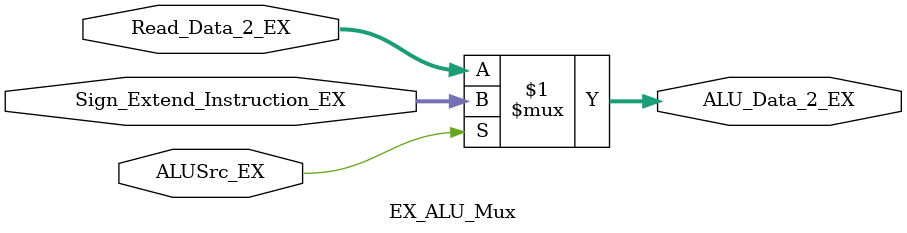
<source format=v>


module EX_ALU_Mux(
		 input [31:0]  Read_Data_2_EX,
		 input [31:0]  Sign_Extend_Instruction_EX,
		 input 			ALUSrc_EX,
		 output [31:0] ALU_Data_2_EX
		  
		 );

   assign ALU_Data_2_EX = ALUSrc_EX ? Sign_Extend_Instruction_EX : Read_Data_2_EX;

endmodule // EX_ALU_Mux




   
   

</source>
